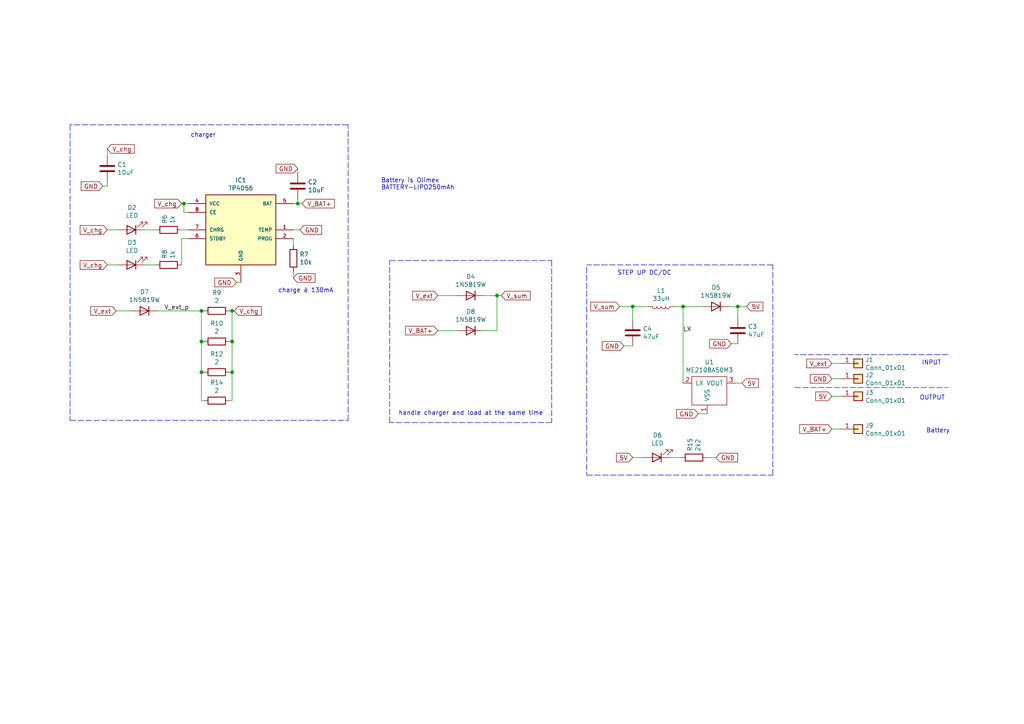
<source format=kicad_sch>
(kicad_sch (version 20211123) (generator eeschema)
  (paper "A4")
  (lib_symbols
    (symbol "Chimere_comps:ME2108A50M3" (pin_names (offset 1.016))
      (property "Reference" "U" (at 3.175 -5.715 0))
      (property "Value" "ME2108A50M3" (at 1.27 5.08 0))
      (symbol "ME2108A50M3_0_1"
        (rectangle (start -4.445 3.81) (end 5.715 -4.445))
      )
      (symbol "ME2108A50M3_1_1"
        (pin input line (at 0 -6.985 90) (length 2.54) (name "VSS") (number "1"))
        (pin passive line (at -6.985 1.905 0) (length 2.54) (name "LX") (number "2"))
        (pin passive line (at 8.255 1.905 180) (length 2.54) (name "VOUT") (number "3"))
      )
    )
    (symbol "Chimere_comps:TP4056" (pin_names (offset 1.016))
      (property "Reference" "IC" (at -10.16 12.7 0))
      (property "Value" "TP4056" (at 2.54 -12.7254 0))
      (symbol "TP4056_0_0"
        (rectangle (start -10.16 -10.16) (end 10.16 10.16) (stroke (width 0.254)) (fill (type background)))
        (pin bidirectional line (at 15.24 0 180) (length 5.08) (name "TEMP") (number "1"))
        (pin bidirectional line (at 15.24 -2.54 180) (length 5.08) (name "PROG") (number "2"))
        (pin bidirectional line (at 0 -15.24 90) (length 5.08) (name "GND") (number "3"))
        (pin bidirectional line (at -15.24 7.62 0) (length 5.08) (name "VCC") (number "4"))
        (pin bidirectional line (at 15.24 7.62 180) (length 5.08) (name "BAT") (number "5"))
        (pin bidirectional line (at -15.24 -2.54 0) (length 5.08) (name "STDBY") (number "6"))
        (pin bidirectional line (at -15.24 0 0) (length 5.08) (name "CHRG") (number "7"))
        (pin bidirectional line (at -15.24 5.08 0) (length 5.08) (name "CE") (number "8"))
      )
    )
    (symbol "Connector_Generic:Conn_01x01" (pin_names (offset 1.016) hide)
      (property "Reference" "J" (at 0 2.54 0))
      (property "Value" "Conn_01x01" (at 0 -2.54 0))
      (symbol "Conn_01x01_1_1"
        (rectangle (start -1.27 0.127) (end 0 -0.127) (stroke (width 0.1524)))
        (rectangle (start -1.27 1.27) (end 1.27 -1.27) (stroke (width 0.254)) (fill (type background)))
        (pin passive line (at -5.08 0 0) (length 3.81) (name "Pin_1") (number "1"))
      )
    )
    (symbol "Device:C" (pin_numbers hide) (pin_names (offset 0.254))
      (property "Reference" "C" (at 0.635 2.54 0))
      (property "Value" "C" (at 0.635 -2.54 0))
      (symbol "C_0_1"
        (polyline (pts (xy -2.032 -0.762) (xy 2.032 -0.762)) (stroke (width 0.508)))
        (polyline (pts (xy -2.032 0.762) (xy 2.032 0.762)) (stroke (width 0.508)))
      )
      (symbol "C_1_1"
        (pin passive line (at 0 3.81 270) (length 2.794) (name "~") (number "1"))
        (pin passive line (at 0 -3.81 90) (length 2.794) (name "~") (number "2"))
      )
    )
    (symbol "Device:D" (pin_numbers hide) (pin_names (offset 1.016) hide)
      (property "Reference" "D" (at 0 2.54 0))
      (property "Value" "D" (at 0 -2.54 0))
      (symbol "D_0_1"
        (polyline (pts (xy -1.27 1.27) (xy -1.27 -1.27)) (stroke (width 0.254)))
        (polyline (pts (xy 1.27 0) (xy -1.27 0)))
        (polyline (pts (xy 1.27 1.27) (xy 1.27 -1.27) (xy -1.27 0) (xy 1.27 1.27)) (stroke (width 0.254)))
      )
      (symbol "D_1_1"
        (pin passive line (at -3.81 0 0) (length 2.54) (name "K") (number "1"))
        (pin passive line (at 3.81 0 180) (length 2.54) (name "A") (number "2"))
      )
    )
    (symbol "Device:L" (pin_numbers hide) (pin_names (offset 1.016) hide)
      (property "Reference" "L" (at -1.27 0 90))
      (property "Value" "L" (at 1.905 0 90))
      (symbol "L_0_1"
        (arc (start 0 -2.54) (mid 0.635 -1.905) (end 0 -1.27))
        (arc (start 0 -1.27) (mid 0.635 -0.635) (end 0 0))
        (arc (start 0 0) (mid 0.635 0.635) (end 0 1.27))
        (arc (start 0 1.27) (mid 0.635 1.905) (end 0 2.54))
      )
      (symbol "L_1_1"
        (pin passive line (at 0 3.81 270) (length 1.27) (name "1") (number "1"))
        (pin passive line (at 0 -3.81 90) (length 1.27) (name "2") (number "2"))
      )
    )
    (symbol "Device:LED" (pin_numbers hide) (pin_names (offset 1.016) hide)
      (property "Reference" "D" (at 0 2.54 0))
      (property "Value" "LED" (at 0 -2.54 0))
      (symbol "LED_0_1"
        (polyline (pts (xy -1.27 -1.27) (xy -1.27 1.27)) (stroke (width 0.254)))
        (polyline (pts (xy -1.27 0) (xy 1.27 0)))
        (polyline (pts (xy 1.27 -1.27) (xy 1.27 1.27) (xy -1.27 0) (xy 1.27 -1.27)) (stroke (width 0.254)))
        (polyline (pts (xy -3.048 -0.762) (xy -4.572 -2.286) (xy -3.81 -2.286) (xy -4.572 -2.286) (xy -4.572 -1.524)))
        (polyline (pts (xy -1.778 -0.762) (xy -3.302 -2.286) (xy -2.54 -2.286) (xy -3.302 -2.286) (xy -3.302 -1.524)))
      )
      (symbol "LED_1_1"
        (pin passive line (at -3.81 0 0) (length 2.54) (name "K") (number "1"))
        (pin passive line (at 3.81 0 180) (length 2.54) (name "A") (number "2"))
      )
    )
    (symbol "Device:R" (pin_numbers hide) (pin_names (offset 0))
      (property "Reference" "R" (at 2.032 0 90))
      (property "Value" "R" (at 0 0 90))
      (symbol "R_0_1"
        (rectangle (start -1.016 -2.54) (end 1.016 2.54) (stroke (width 0.254)))
      )
      (symbol "R_1_1"
        (pin passive line (at 0 3.81 270) (length 1.27) (name "~") (number "1"))
        (pin passive line (at 0 -3.81 90) (length 1.27) (name "~") (number "2"))
      )
    )
  )
  (junction (at 144.145 85.725))
  (junction (at 198.12 88.9))
  (junction (at 58.42 107.95))
  (junction (at 58.42 99.06))
  (junction (at 213.995 88.9))
  (junction (at 67.31 107.95))
  (junction (at 53.34 59.055))
  (junction (at 58.42 90.17))
  (junction (at 67.31 99.06))
  (junction (at 86.36 59.055))
  (junction (at 183.515 88.9))
  (junction (at 67.31 90.17))
  (polyline (pts (xy 113.03 75.565) (xy 160.02 75.565)))
  (wire (pts (xy 54.61 59.055) (xy 53.34 59.055)))
  (wire (pts (xy 66.675 116.205) (xy 67.31 116.205)))
  (wire (pts (xy 127 95.885) (xy 132.715 95.885)))
  (wire (pts (xy 127 85.725) (xy 132.715 85.725)))
  (wire (pts (xy 213.36 111.125) (xy 215.265 111.125)))
  (polyline (pts (xy 160.02 75.565) (xy 160.02 122.555)))
  (wire (pts (xy 59.055 99.06) (xy 58.42 99.06)))
  (wire (pts (xy 241.3 109.855) (xy 243.84 109.855)))
  (wire (pts (xy 31.115 66.675) (xy 34.29 66.675)))
  (polyline (pts (xy 20.32 121.92) (xy 100.965 121.92)))
  (wire (pts (xy 85.09 80.645) (xy 85.09 78.74)))
  (wire (pts (xy 205.105 132.715) (xy 207.645 132.715)))
  (wire (pts (xy 213.995 88.9) (xy 216.535 88.9)))
  (polyline (pts (xy 274.955 102.87) (xy 230.505 102.87)))
  (wire (pts (xy 140.335 95.885) (xy 144.145 95.885)))
  (wire (pts (xy 58.42 107.95) (xy 58.42 99.06)))
  (wire (pts (xy 67.31 99.06) (xy 67.31 90.17)))
  (polyline (pts (xy 100.965 36.195) (xy 20.32 36.195)))
  (wire (pts (xy 31.115 53.975) (xy 31.115 52.705)))
  (wire (pts (xy 41.91 76.835) (xy 45.085 76.835)))
  (wire (pts (xy 212.09 99.695) (xy 213.995 99.695)))
  (wire (pts (xy 66.675 107.95) (xy 67.31 107.95)))
  (polyline (pts (xy 100.965 121.92) (xy 100.965 36.195)))
  (wire (pts (xy 86.36 57.785) (xy 86.36 59.055)))
  (wire (pts (xy 67.31 107.95) (xy 67.31 99.06)))
  (wire (pts (xy 67.31 90.17) (xy 67.945 90.17)))
  (wire (pts (xy 198.12 88.9) (xy 203.835 88.9)))
  (wire (pts (xy 202.565 120.015) (xy 205.105 120.015)))
  (wire (pts (xy 31.115 76.835) (xy 34.29 76.835)))
  (wire (pts (xy 58.42 90.17) (xy 59.055 90.17)))
  (wire (pts (xy 194.31 132.715) (xy 197.485 132.715)))
  (wire (pts (xy 33.655 90.17) (xy 38.1 90.17)))
  (polyline (pts (xy 170.18 137.795) (xy 224.155 137.795)))
  (wire (pts (xy 183.515 88.9) (xy 187.96 88.9)))
  (wire (pts (xy 66.675 99.06) (xy 67.31 99.06)))
  (wire (pts (xy 85.09 66.675) (xy 86.995 66.675)))
  (wire (pts (xy 45.72 90.17) (xy 58.42 90.17)))
  (wire (pts (xy 68.58 81.915) (xy 69.85 81.915)))
  (wire (pts (xy 59.055 107.95) (xy 58.42 107.95)))
  (wire (pts (xy 85.09 71.12) (xy 85.09 69.215)))
  (wire (pts (xy 52.705 69.215) (xy 52.705 76.835)))
  (wire (pts (xy 183.515 132.715) (xy 186.69 132.715)))
  (polyline (pts (xy 224.155 137.795) (xy 224.155 76.835)))
  (polyline (pts (xy 224.155 76.835) (xy 170.18 76.835)))
  (wire (pts (xy 213.995 92.075) (xy 213.995 88.9)))
  (wire (pts (xy 198.12 111.125) (xy 198.12 88.9)))
  (wire (pts (xy 195.58 88.9) (xy 198.12 88.9)))
  (wire (pts (xy 211.455 88.9) (xy 213.995 88.9)))
  (wire (pts (xy 67.31 116.205) (xy 67.31 107.95)))
  (wire (pts (xy 183.515 92.71) (xy 183.515 88.9)))
  (wire (pts (xy 66.675 90.17) (xy 67.31 90.17)))
  (wire (pts (xy 144.145 85.725) (xy 145.415 85.725)))
  (polyline (pts (xy 230.505 112.395) (xy 274.955 112.395)))
  (wire (pts (xy 144.145 95.885) (xy 144.145 85.725)))
  (wire (pts (xy 241.3 124.46) (xy 243.84 124.46)))
  (wire (pts (xy 53.34 59.055) (xy 52.705 59.055)))
  (wire (pts (xy 31.115 45.085) (xy 31.115 43.18)))
  (wire (pts (xy 53.34 61.595) (xy 53.34 59.055)))
  (wire (pts (xy 52.705 69.215) (xy 54.61 69.215)))
  (wire (pts (xy 241.3 105.41) (xy 243.84 105.41)))
  (wire (pts (xy 87.63 59.055) (xy 86.36 59.055)))
  (wire (pts (xy 140.335 85.725) (xy 144.145 85.725)))
  (wire (pts (xy 29.845 53.975) (xy 31.115 53.975)))
  (polyline (pts (xy 113.03 122.555) (xy 113.03 75.565)))
  (polyline (pts (xy 170.18 77.47) (xy 170.18 137.795)))
  (wire (pts (xy 58.42 90.17) (xy 58.42 99.06)))
  (wire (pts (xy 179.705 88.9) (xy 183.515 88.9)))
  (wire (pts (xy 180.975 100.33) (xy 183.515 100.33)))
  (polyline (pts (xy 20.32 36.195) (xy 20.32 121.92)))
  (wire (pts (xy 59.055 116.205) (xy 58.42 116.205)))
  (wire (pts (xy 86.36 48.895) (xy 86.36 50.165)))
  (wire (pts (xy 241.3 114.935) (xy 243.84 114.935)))
  (wire (pts (xy 52.705 66.675) (xy 54.61 66.675)))
  (wire (pts (xy 54.61 61.595) (xy 53.34 61.595)))
  (polyline (pts (xy 160.02 122.555) (xy 113.03 122.555)))
  (wire (pts (xy 41.91 66.675) (xy 45.085 66.675)))
  (wire (pts (xy 58.42 116.205) (xy 58.42 107.95)))
  (wire (pts (xy 85.09 59.055) (xy 86.36 59.055)))
  (text "handle charger and load at the same time" (at 115.57 120.65 0) (effects (font (size 1.27 1.27)) (justify left bottom)))
  (text "STEP UP DC/DC" (at 179.07 80.01 0) (effects (font (size 1.27 1.27)) (justify left bottom)))
  (text "INPUT" (at 267.335 106.045 0) (effects (font (size 1.27 1.27)) (justify left bottom)))
  (text "charger" (at 55.245 40.005 0) (effects (font (size 1.27 1.27)) (justify left bottom)))
  (text "Battery" (at 268.605 125.73 0) (effects (font (size 1.27 1.27)) (justify left bottom)))
  (text "Battery is Olimex \nBATTERY-LIPO250mAh\n" (at 110.49 55.245 0) (effects (font (size 1.27 1.27)) (justify left bottom)))
  (text "OUTPUT" (at 266.7 116.205 0) (effects (font (size 1.27 1.27)) (justify left bottom)))
  (text "charge à 130mA" (at 80.645 85.09 0) (effects (font (size 1.27 1.27)) (justify left bottom)))
  (label "LX" (at 198.12 96.52 0))
  (label "V_ext_p" (at 47.625 90.17 0))
  (global_label "GND" (shape input) (at 86.995 66.675 0) (property "Intersheet References" "${INTERSHEET_REFS}" (effects hide)))
  (global_label "V_sum" (shape input) (at 145.415 85.725 0) (property "Intersheet References" "${INTERSHEET_REFS}" (effects hide)))
  (global_label "GND" (shape input) (at 85.09 80.645 0) (property "Intersheet References" "${INTERSHEET_REFS}" (effects hide)))
  (global_label "V_ext" (shape input) (at 33.655 90.17 180) (property "Intersheet References" "${INTERSHEET_REFS}" (effects hide)))
  (global_label "V_chg" (shape input) (at 31.115 66.675 180) (property "Intersheet References" "${INTERSHEET_REFS}" (effects hide)))
  (global_label "V_BAT+" (shape input) (at 87.63 59.055 0) (property "Intersheet References" "${INTERSHEET_REFS}" (effects hide)))
  (global_label "V_BAT+" (shape input) (at 241.3 124.46 180) (property "Intersheet References" "${INTERSHEET_REFS}" (effects hide)))
  (global_label "V_ext" (shape input) (at 241.3 105.41 180) (property "Intersheet References" "${INTERSHEET_REFS}" (effects hide)))
  (global_label "GND" (shape input) (at 241.3 109.855 180) (property "Intersheet References" "${INTERSHEET_REFS}" (effects hide)))
  (global_label "5V" (shape input) (at 183.515 132.715 180) (property "Intersheet References" "${INTERSHEET_REFS}" (effects hide)))
  (global_label "V_chg" (shape input) (at 67.945 90.17 0) (property "Intersheet References" "${INTERSHEET_REFS}" (effects hide)))
  (global_label "V_chg" (shape input) (at 31.115 43.18 0) (property "Intersheet References" "${INTERSHEET_REFS}" (effects hide)))
  (global_label "GND" (shape input) (at 86.36 48.895 180) (property "Intersheet References" "${INTERSHEET_REFS}" (effects hide)))
  (global_label "V_chg" (shape input) (at 31.115 76.835 180) (property "Intersheet References" "${INTERSHEET_REFS}" (effects hide)))
  (global_label "GND" (shape input) (at 212.09 99.695 180) (property "Intersheet References" "${INTERSHEET_REFS}" (effects hide)))
  (global_label "V_chg" (shape input) (at 52.705 59.055 180) (property "Intersheet References" "${INTERSHEET_REFS}" (effects hide)))
  (global_label "V_ext" (shape input) (at 127 85.725 180) (property "Intersheet References" "${INTERSHEET_REFS}" (effects hide)))
  (global_label "GND" (shape input) (at 180.975 100.33 180) (property "Intersheet References" "${INTERSHEET_REFS}" (effects hide)))
  (global_label "5V" (shape input) (at 241.3 114.935 180) (property "Intersheet References" "${INTERSHEET_REFS}" (effects hide)))
  (global_label "GND" (shape input) (at 207.645 132.715 0) (property "Intersheet References" "${INTERSHEET_REFS}" (effects hide)))
  (global_label "GND" (shape input) (at 202.565 120.015 180) (property "Intersheet References" "${INTERSHEET_REFS}" (effects hide)))
  (global_label "GND" (shape input) (at 29.845 53.975 180) (property "Intersheet References" "${INTERSHEET_REFS}" (effects hide)))
  (global_label "GND" (shape input) (at 68.58 81.915 180) (property "Intersheet References" "${INTERSHEET_REFS}" (effects hide)))
  (global_label "V_sum" (shape input) (at 179.705 88.9 180) (property "Intersheet References" "${INTERSHEET_REFS}" (effects hide)))
  (global_label "5V" (shape input) (at 216.535 88.9 0) (property "Intersheet References" "${INTERSHEET_REFS}" (effects hide)))
  (global_label "5V" (shape input) (at 215.265 111.125 0) (property "Intersheet References" "${INTERSHEET_REFS}" (effects hide)))
  (global_label "V_BAT+" (shape input) (at 127 95.885 180) (property "Intersheet References" "${INTERSHEET_REFS}" (effects hide)))
  (symbol (lib_id "Device:R") (at 201.295 132.715 90) (unit 1)
    (property "Reference" "R15" (at 200.1266 130.937 0) (effects (justify left)))
    (property "Value" "2k2" (at 202.438 130.937 0) (effects (justify left)))
    (property "Footprint" "Resistor_SMD:R_0603_1608Metric" (effects hide))
    (property "Datasheet" "C4190" (effects hide))
  )
  (symbol (lib_id "Device:R") (at 62.865 99.06 270) (unit 1)
    (property "Reference" "R10" (at 62.865 93.8022 90))
    (property "Value" "2" (at 62.865 96.1136 90))
    (property "Footprint" "Resistor_SMD:R_0603_1608Metric" (effects hide))
    (property "Datasheet" "C22977" (effects hide))
  )
  (symbol (lib_id "Device:R") (at 62.865 107.95 270) (unit 1)
    (property "Reference" "R12" (at 62.865 102.6922 90))
    (property "Value" "2" (at 62.865 105.0036 90))
    (property "Footprint" "Resistor_SMD:R_0603_1608Metric" (effects hide))
    (property "Datasheet" "C22977" (effects hide))
  )
  (symbol (lib_id "Device:R") (at 62.865 116.205 270) (unit 1)
    (property "Reference" "R14" (at 62.865 110.9472 90))
    (property "Value" "2" (at 62.865 113.2586 90))
    (property "Footprint" "Resistor_SMD:R_0603_1608Metric" (effects hide))
    (property "Datasheet" "C22977" (effects hide))
  )
  (symbol (lib_id "Chimere_comps:TP4056") (at 69.85 66.675 0) (unit 1)
    (property "Reference" "IC1" (at 69.85 52.2732 0))
    (property "Value" "TP4056" (at 69.85 54.5846 0))
    (property "Footprint" "Chimere_comps:SOP-8" (effects hide))
    (property "Datasheet" "C16581" (effects hide))
  )
  (symbol (lib_id "Device:R") (at 62.865 90.17 270) (unit 1)
    (property "Reference" "R9" (at 62.865 84.9122 90))
    (property "Value" "2" (at 62.865 87.2236 90))
    (property "Footprint" "Resistor_SMD:R_0603_1608Metric" (effects hide))
    (property "Datasheet" "C22977" (effects hide))
  )
  (symbol (lib_id "Device:C") (at 31.115 48.895 0) (unit 1)
    (property "Reference" "C1" (at 34.036 47.7266 0) (effects (justify left)))
    (property "Value" "10uF" (at 34.036 50.038 0) (effects (justify left)))
    (property "Footprint" "Capacitor_SMD:C_0603_1608Metric" (effects hide))
    (property "Datasheet" "C19702" (effects hide))
  )
  (symbol (lib_id "Device:R") (at 48.895 66.675 90) (unit 1)
    (property "Reference" "R6" (at 47.7266 64.897 0) (effects (justify left)))
    (property "Value" "1k" (at 50.038 64.897 0) (effects (justify left)))
    (property "Footprint" "Resistor_SMD:R_0603_1608Metric" (effects hide))
    (property "Datasheet" "C21190" (effects hide))
  )
  (symbol (lib_id "Device:R") (at 48.895 76.835 90) (unit 1)
    (property "Reference" "R8" (at 47.7266 75.057 0) (effects (justify left)))
    (property "Value" "1k" (at 50.038 75.057 0) (effects (justify left)))
    (property "Footprint" "Resistor_SMD:R_0603_1608Metric" (effects hide))
    (property "Datasheet" "C21190" (effects hide))
  )
  (symbol (lib_id "Device:LED") (at 38.1 66.675 180) (unit 1)
    (property "Reference" "D2" (at 38.2778 60.198 0))
    (property "Value" "LED" (at 38.2778 62.5094 0))
    (property "Footprint" "Diode_SMD:D_0603_1608Metric" (effects hide))
    (property "Datasheet" "C2286" (effects hide))
  )
  (symbol (lib_id "Device:LED") (at 38.1 76.835 180) (unit 1)
    (property "Reference" "D3" (at 38.2778 70.358 0))
    (property "Value" "LED" (at 38.2778 72.6694 0))
    (property "Footprint" "Diode_SMD:D_0603_1608Metric" (effects hide))
    (property "Datasheet" "C2286" (effects hide))
  )
  (symbol (lib_id "Chimere_comps:ME2108A50M3") (at 205.105 113.03 0) (unit 1)
    (property "Reference" "U1" (at 205.74 105.029 0))
    (property "Value" "ME2108A50M3" (at 205.74 107.3404 0))
    (property "Footprint" "Package_TO_SOT_SMD:SOT-23_Handsoldering" (effects hide))
    (property "Datasheet" "C14839" (effects hide))
  )
  (symbol (lib_id "Device:C") (at 86.36 53.975 0) (unit 1)
    (property "Reference" "C2" (at 89.281 52.8066 0) (effects (justify left)))
    (property "Value" "10uF" (at 89.281 55.118 0) (effects (justify left)))
    (property "Footprint" "Capacitor_SMD:C_0603_1608Metric" (effects hide))
    (property "Datasheet" "C19702" (effects hide))
  )
  (symbol (lib_id "Connector_Generic:Conn_01x01") (at 248.92 105.41 0) (unit 1)
    (property "Reference" "J1" (at 250.952 104.3432 0) (effects (justify left)))
    (property "Value" "Conn_01x01" (at 250.952 106.6546 0) (effects (justify left)))
    (property "Footprint" "Chimere_mods:Castellated_conn" (effects hide))
  )
  (symbol (lib_id "Connector_Generic:Conn_01x01") (at 248.92 109.855 0) (unit 1)
    (property "Reference" "J2" (at 250.952 108.7882 0) (effects (justify left)))
    (property "Value" "Conn_01x01" (at 250.952 111.0996 0) (effects (justify left)))
    (property "Footprint" "Chimere_mods:Castellated_conn" (effects hide))
  )
  (symbol (lib_id "Device:R") (at 85.09 74.93 0) (unit 1)
    (property "Reference" "R7" (at 86.868 73.7616 0) (effects (justify left)))
    (property "Value" "10k" (at 86.868 76.073 0) (effects (justify left)))
    (property "Footprint" "Resistor_SMD:R_0603_1608Metric" (effects hide))
    (property "Datasheet" "C22765" (effects hide))
  )
  (symbol (lib_id "Connector_Generic:Conn_01x01") (at 248.92 114.935 0) (unit 1)
    (property "Reference" "J3" (at 250.952 113.8682 0) (effects (justify left)))
    (property "Value" "Conn_01x01" (at 250.952 116.1796 0) (effects (justify left)))
    (property "Footprint" "Chimere_mods:Castellated_conn" (effects hide))
  )
  (symbol (lib_id "Device:D") (at 136.525 85.725 180) (unit 1)
    (property "Reference" "D4" (at 136.525 80.2132 0))
    (property "Value" "1N5819W" (at 136.525 82.5246 0))
    (property "Footprint" "Diode_SMD:D_SOD-123F" (effects hide))
    (property "Datasheet" "C369930" (effects hide))
  )
  (symbol (lib_id "Device:D") (at 41.91 90.17 180) (unit 1)
    (property "Reference" "D7" (at 41.91 84.6582 0))
    (property "Value" "1N5819W" (at 41.91 86.9696 0))
    (property "Footprint" "Diode_SMD:D_SOD-123F" (effects hide))
    (property "Datasheet" "C369930" (effects hide))
  )
  (symbol (lib_id "Device:D") (at 136.525 95.885 180) (unit 1)
    (property "Reference" "D8" (at 136.525 90.3732 0))
    (property "Value" "1N5819W" (at 136.525 92.6846 0))
    (property "Footprint" "Diode_SMD:D_SOD-123F" (effects hide))
    (property "Datasheet" "C369930" (effects hide))
  )
  (symbol (lib_id "Device:LED") (at 190.5 132.715 180) (unit 1)
    (property "Reference" "D6" (at 190.6778 126.238 0))
    (property "Value" "LED" (at 190.6778 128.5494 0))
    (property "Footprint" "Diode_SMD:D_0603_1608Metric" (effects hide))
    (property "Datasheet" "C2286" (effects hide))
  )
  (symbol (lib_id "Device:D") (at 207.645 88.9 180) (unit 1)
    (property "Reference" "D5" (at 207.645 83.3882 0))
    (property "Value" "1N5819W" (at 207.645 85.6996 0))
    (property "Footprint" "Diode_SMD:D_SOD-123F" (effects hide))
    (property "Datasheet" "C369930" (effects hide))
  )
  (symbol (lib_id "Device:C") (at 183.515 96.52 0) (unit 1)
    (property "Reference" "C4" (at 186.436 95.3516 0) (effects (justify left)))
    (property "Value" "47uF" (at 186.436 97.663 0) (effects (justify left)))
    (property "Footprint" "Capacitor_SMD:C_1210_3225Metric" (effects hide))
    (property "Datasheet" "C77101" (effects hide))
  )
  (symbol (lib_id "Device:L") (at 191.77 88.9 270) (unit 1)
    (property "Reference" "L1" (at 191.77 84.3026 90))
    (property "Value" "33uH" (at 191.77 86.614 90))
    (property "Footprint" "Inductor_SMD:L_10.4x10.4_H4.8" (effects hide))
    (property "Datasheet" "C9936" (effects hide))
  )
  (symbol (lib_id "Device:C") (at 213.995 95.885 0) (unit 1)
    (property "Reference" "C3" (at 216.916 94.7166 0) (effects (justify left)))
    (property "Value" "47uF" (at 216.916 97.028 0) (effects (justify left)))
    (property "Footprint" "Capacitor_SMD:C_1210_3225Metric" (effects hide))
    (property "Datasheet" "C77101" (effects hide))
  )
  (symbol (lib_id "Connector_Generic:Conn_01x01") (at 248.92 124.46 0) (unit 1)
    (property "Reference" "J9" (at 250.952 123.3932 0) (effects (justify left)))
    (property "Value" "Conn_01x01" (at 250.952 125.7046 0) (effects (justify left)))
    (property "Footprint" "Chimere_mods:Castellated_conn" (effects hide))
  )
)
</source>
